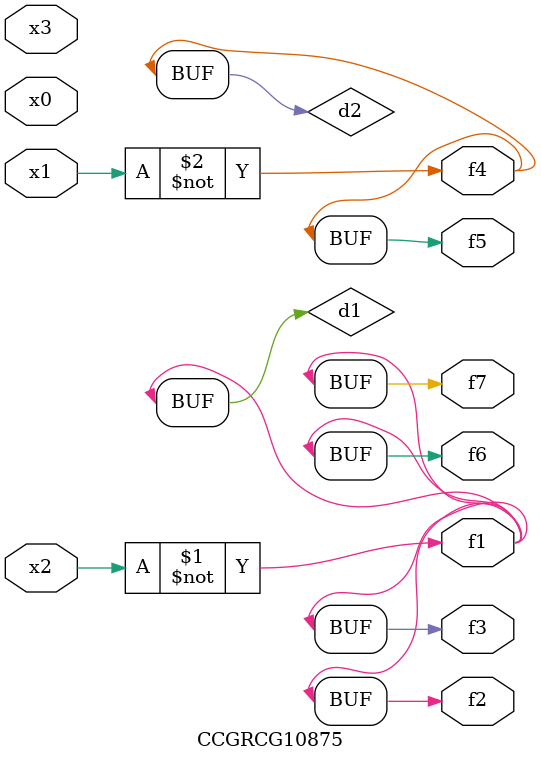
<source format=v>
module CCGRCG10875(
	input x0, x1, x2, x3,
	output f1, f2, f3, f4, f5, f6, f7
);

	wire d1, d2;

	xnor (d1, x2);
	not (d2, x1);
	assign f1 = d1;
	assign f2 = d1;
	assign f3 = d1;
	assign f4 = d2;
	assign f5 = d2;
	assign f6 = d1;
	assign f7 = d1;
endmodule

</source>
